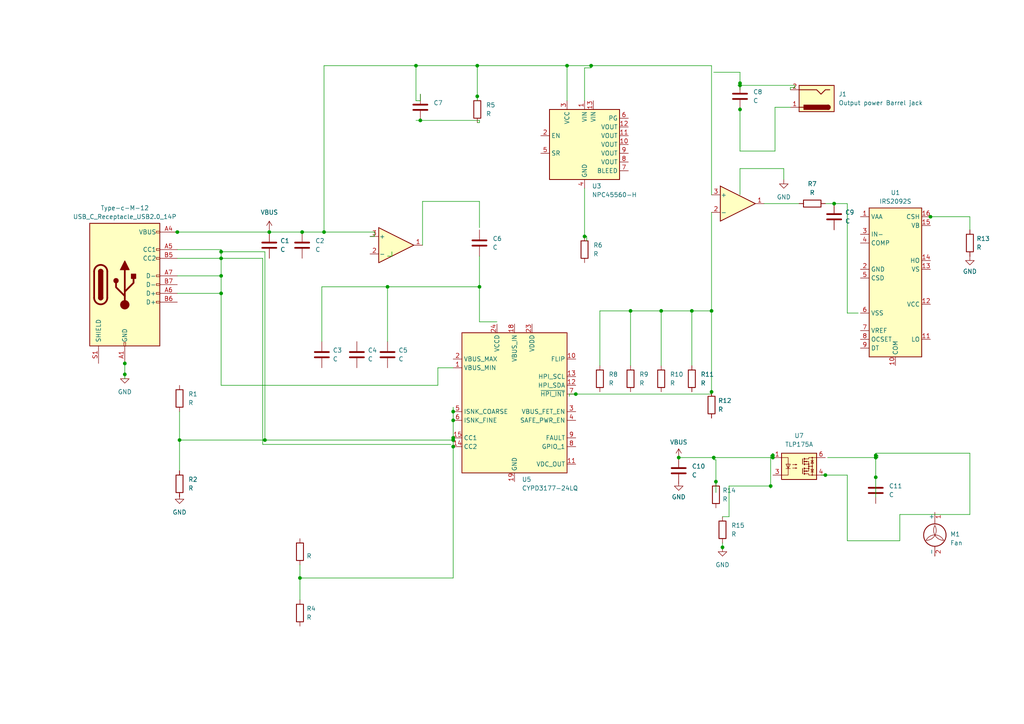
<source format=kicad_sch>
(kicad_sch (version 20250114) (generator "eeschema") (generator_version "9.0")
  (paper "A4")
  (lib_symbols
    (symbol "Amplifier_Audio:IRS2092S"
      (property "Reference" "U" (at 0 26.035 0))
      (property "Value" "IRS2092S" (at 0 24.13 0))
      (symbol "IRS2092S_0_1"
        (rectangle (start -7.62 -20.32) (end 7.62 22.86) (stroke (width 0.254)) (fill (type background)))
      )
      (symbol "IRS2092S_1_1"
        (pin power_in line (at -10.16 20.32 0) (length 2.54) (name "VAA") (number "1"))
        (pin input line (at -10.16 15.24 0) (length 2.54) (name "IN-") (number "3"))
        (pin output line (at -10.16 12.7 0) (length 2.54) (name "COMP") (number "4"))
        (pin power_in line (at -10.16 5.08 0) (length 2.54) (name "GND") (number "2"))
        (pin passive line (at -10.16 2.54 0) (length 2.54) (name "CSD") (number "5"))
        (pin power_in line (at -10.16 -7.62 0) (length 2.54) (name "VSS") (number "6"))
        (pin power_out line (at -10.16 -12.7 0) (length 2.54) (name "VREF") (number "7"))
        (pin passive line (at -10.16 -15.24 0) (length 2.54) (name "OCSET") (number "8"))
        (pin passive line (at -10.16 -17.78 0) (length 2.54) (name "DT") (number "9"))
        (pin power_in line (at 0 -22.86 90) (length 2.54) (name "COM") (number "10"))
        (pin passive line (at 10.16 20.32 180) (length 2.54) (name "CSH") (number "16"))
        (pin power_in line (at 10.16 17.78 180) (length 2.54) (name "VB") (number "15"))
        (pin output line (at 10.16 7.62 180) (length 2.54) (name "HO") (number "14"))
        (pin passive line (at 10.16 5.08 180) (length 2.54) (name "VS") (number "13"))
        (pin power_in line (at 10.16 -5.08 180) (length 2.54) (name "VCC") (number "12"))
        (pin output line (at 10.16 -15.24 180) (length 2.54) (name "LO") (number "11"))
      )
    )
    (symbol "Amplifier_Operational:LM358" (pin_names (offset 0.127))
      (property "Reference" "U" (at 0 5.08 0))
      (property "Value" "LM358" (at 0 -5.08 0))
      (symbol "LM358_1_1"
        (polyline (pts (xy -5.08 5.08) (xy 5.08 0) (xy -5.08 -5.08) (xy -5.08 5.08)) (stroke (width 0.254)) (fill (type background)))
        (pin input line (at -7.62 2.54 0) (length 2.54) (name "+") (number "3"))
        (pin input line (at -7.62 -2.54 0) (length 2.54) (name "-") (number "2"))
        (pin output line (at 7.62 0 180) (length 2.54) (name "~") (number "1"))
      )
      (symbol "LM358_2_1"
        (polyline (pts (xy -5.08 5.08) (xy 5.08 0) (xy -5.08 -5.08) (xy -5.08 5.08)) (stroke (width 0.254)) (fill (type background)))
        (pin input line (at -7.62 2.54 0) (length 2.54) (name "+") (number "5"))
        (pin input line (at -7.62 -2.54 0) (length 2.54) (name "-") (number "6"))
        (pin output line (at 7.62 0 180) (length 2.54) (name "~") (number "7"))
      )
      (symbol "LM358_3_1"
        (pin power_in line (at -2.54 7.62 270) (length 3.81) (name "V+") (number "8"))
        (pin power_in line (at -2.54 -7.62 90) (length 3.81) (name "V-") (number "4"))
      )
    )
    (symbol "Connector:Barrel_Jack" (pin_names (offset 1.016))
      (property "Reference" "J" (at 0 5.334 0))
      (property "Value" "Barrel_Jack" (at 0 -5.08 0))
      (symbol "Barrel_Jack_0_1"
        (rectangle (start -5.08 3.81) (end 5.08 -3.81) (stroke (width 0.254)) (fill (type background)))
        (polyline (pts (xy -3.81 -2.54) (xy -2.54 -2.54) (xy -1.27 -1.27) (xy 0 -2.54) (xy 2.54 -2.54) (xy 5.08 -2.54)) (stroke (width 0.254)))
        (arc (start -3.302 1.905) (mid -3.9343 2.54) (end -3.302 3.175) (stroke (width 0.254)))
        (arc (start -3.302 1.905) (mid -3.9343 2.54) (end -3.302 3.175) (stroke (width 0.254)) (fill (type outline)))
        (rectangle (start 3.683 3.175) (end -3.302 1.905) (stroke (width 0.254)) (fill (type outline)))
        (polyline (pts (xy 5.08 2.54) (xy 3.81 2.54)) (stroke (width 0.254)))
      )
      (symbol "Barrel_Jack_1_1"
        (pin passive line (at 7.62 2.54 180) (length 2.54) (name "~") (number "1"))
        (pin passive line (at 7.62 -2.54 180) (length 2.54) (name "~") (number "2"))
      )
    )
    (symbol "Connector:USB_C_Receptacle_USB2.0_14P" (pin_names (offset 1.016))
      (property "Reference" "J" (at 0 22.225 0))
      (property "Value" "USB_C_Receptacle_USB2.0_14P" (at 0 19.685 0))
      (symbol "USB_C_Receptacle_USB2.0_14P_0_0"
        (rectangle (start -0.254 -17.78) (end 0.254 -16.764))
        (rectangle (start 10.16 15.494) (end 9.144 14.986))
        (rectangle (start 10.16 10.414) (end 9.144 9.906))
        (rectangle (start 10.16 7.874) (end 9.144 7.366))
        (rectangle (start 10.16 2.794) (end 9.144 2.286))
        (rectangle (start 10.16 0.254) (end 9.144 -0.254))
        (rectangle (start 10.16 -2.286) (end 9.144 -2.794))
        (rectangle (start 10.16 -4.826) (end 9.144 -5.334))
      )
      (symbol "USB_C_Receptacle_USB2.0_14P_0_1"
        (rectangle (start -10.16 17.78) (end 10.16 -17.78) (stroke (width 0.254)) (fill (type background)))
        (polyline (pts (xy -8.89 -3.81) (xy -8.89 3.81)) (stroke (width 0.508)))
        (rectangle (start -7.62 -3.81) (end -6.35 3.81) (stroke (width 0.254)) (fill (type outline)))
        (arc (start -7.62 3.81) (mid -6.985 4.4423) (end -6.35 3.81) (stroke (width 0.254)))
        (arc (start -7.62 3.81) (mid -6.985 4.4423) (end -6.35 3.81) (stroke (width 0.254)) (fill (type outline)))
        (arc (start -8.89 3.81) (mid -6.985 5.7067) (end -5.08 3.81) (stroke (width 0.508)))
        (arc (start -5.08 -3.81) (mid -6.985 -5.7067) (end -8.89 -3.81) (stroke (width 0.508)))
        (arc (start -6.35 -3.81) (mid -6.985 -4.4423) (end -7.62 -3.81) (stroke (width 0.254)))
        (arc (start -6.35 -3.81) (mid -6.985 -4.4423) (end -7.62 -3.81) (stroke (width 0.254)) (fill (type outline)))
        (polyline (pts (xy -5.08 3.81) (xy -5.08 -3.81)) (stroke (width 0.508)))
        (circle (center -2.54 1.143) (radius 0.635) (stroke (width 0.254)) (fill (type outline)))
        (polyline (pts (xy -1.27 4.318) (xy 0 6.858) (xy 1.27 4.318) (xy -1.27 4.318)) (stroke (width 0.254)) (fill (type outline)))
        (polyline (pts (xy 0 -2.032) (xy 2.54 0.508) (xy 2.54 1.778)) (stroke (width 0.508)))
        (polyline (pts (xy 0 -3.302) (xy -2.54 -0.762) (xy -2.54 0.508)) (stroke (width 0.508)))
        (polyline (pts (xy 0 -5.842) (xy 0 4.318)) (stroke (width 0.508)))
        (circle (center 0 -5.842) (radius 1.27) (fill (type outline)))
        (rectangle (start 1.905 1.778) (end 3.175 3.048) (stroke (width 0.254)) (fill (type outline)))
      )
      (symbol "USB_C_Receptacle_USB2.0_14P_1_1"
        (pin passive line (at -7.62 -22.86 90) (length 5.08) (name "SHIELD") (number "S1"))
        (pin passive line (at 0 -22.86 90) (length 5.08) (name "GND") (number "A1"))
        (pin passive line (at 0 -22.86 90) (length 5.08) (hide yes) (name "GND") (number "A12"))
        (pin passive line (at 0 -22.86 90) (length 5.08) (hide yes) (name "GND") (number "B1"))
        (pin passive line (at 0 -22.86 90) (length 5.08) (hide yes) (name "GND") (number "B12"))
        (pin passive line (at 15.24 15.24 180) (length 5.08) (name "VBUS") (number "A4"))
        (pin passive line (at 15.24 15.24 180) (length 5.08) (hide yes) (name "VBUS") (number "A9"))
        (pin passive line (at 15.24 15.24 180) (length 5.08) (hide yes) (name "VBUS") (number "B4"))
        (pin passive line (at 15.24 15.24 180) (length 5.08) (hide yes) (name "VBUS") (number "B9"))
        (pin bidirectional line (at 15.24 10.16 180) (length 5.08) (name "CC1") (number "A5"))
        (pin bidirectional line (at 15.24 7.62 180) (length 5.08) (name "CC2") (number "B5"))
        (pin bidirectional line (at 15.24 2.54 180) (length 5.08) (name "D-") (number "A7"))
        (pin bidirectional line (at 15.24 0 180) (length 5.08) (name "D-") (number "B7"))
        (pin bidirectional line (at 15.24 -2.54 180) (length 5.08) (name "D+") (number "A6"))
        (pin bidirectional line (at 15.24 -5.08 180) (length 5.08) (name "D+") (number "B6"))
      )
    )
    (symbol "Device:C" (pin_numbers (hide yes)) (pin_names (offset 0.254))
      (property "Reference" "C" (at 0.635 2.54 0))
      (property "Value" "C" (at 0.635 -2.54 0))
      (symbol "C_0_1"
        (polyline (pts (xy -2.032 0.762) (xy 2.032 0.762)) (stroke (width 0.508)))
        (polyline (pts (xy -2.032 -0.762) (xy 2.032 -0.762)) (stroke (width 0.508)))
      )
      (symbol "C_1_1"
        (pin passive line (at 0 3.81 270) (length 2.794) (name "~") (number "1"))
        (pin passive line (at 0 -3.81 90) (length 2.794) (name "~") (number "2"))
      )
    )
    (symbol "Device:R" (pin_numbers (hide yes)) (pin_names (offset 0))
      (property "Reference" "R" (at 2.032 0 90))
      (property "Value" "R" (at 0 0 90))
      (symbol "R_0_1"
        (rectangle (start -1.016 -2.54) (end 1.016 2.54) (stroke (width 0.254)))
      )
      (symbol "R_1_1"
        (pin passive line (at 0 3.81 270) (length 1.27) (name "~") (number "1"))
        (pin passive line (at 0 -3.81 90) (length 1.27) (name "~") (number "2"))
      )
    )
    (symbol "Interface_USB:CYPD3177-24LQ"
      (property "Reference" "U" (at -13.97 21.59 0))
      (property "Value" "CYPD3177-24LQ" (at 10.16 -21.59 0))
      (symbol "CYPD3177-24LQ_0_1"
        (rectangle (start -15.24 20.32) (end 15.24 -20.32) (stroke (width 0.254)) (fill (type background)))
      )
      (symbol "CYPD3177-24LQ_1_1"
        (pin input line (at -17.78 12.7 0) (length 2.54) (name "VBUS_MAX") (number "2"))
        (pin input line (at -17.78 10.16 0) (length 2.54) (name "VBUS_MIN") (number "1"))
        (pin input line (at -17.78 -2.54 0) (length 2.54) (name "ISNK_COARSE") (number "5"))
        (pin input line (at -17.78 -5.08 0) (length 2.54) (name "ISNK_FINE") (number "6"))
        (pin bidirectional line (at -17.78 -10.16 0) (length 2.54) (name "CC1") (number "15"))
        (pin bidirectional line (at -17.78 -12.7 0) (length 2.54) (name "CC2") (number "14"))
        (pin no_connect line (at -15.24 5.08 0) (length 2.54) (hide yes) (name "NC") (number "17"))
        (pin no_connect line (at -15.24 2.54 0) (length 2.54) (hide yes) (name "NC") (number "16"))
        (pin power_out line (at -5.08 22.86 270) (length 2.54) (name "VCCD") (number "24"))
        (pin power_in line (at 0 22.86 270) (length 2.54) (name "VBUS_IN") (number "18"))
        (pin power_in line (at 0 -22.86 90) (length 2.54) (name "GND") (number "19"))
        (pin passive line (at 0 -22.86 90) (length 2.54) (hide yes) (name "GND") (number "22"))
        (pin passive line (at 0 -22.86 90) (length 2.54) (hide yes) (name "GND") (number "25"))
        (pin power_out line (at 5.08 22.86 270) (length 2.54) (name "VDDD") (number "23"))
        (pin no_connect line (at 15.24 17.78 180) (length 2.54) (hide yes) (name "NC") (number "20"))
        (pin no_connect line (at 15.24 15.24 180) (length 2.54) (hide yes) (name "NC") (number "21"))
        (pin output line (at 17.78 12.7 180) (length 2.54) (name "FLIP") (number "10"))
        (pin bidirectional line (at 17.78 7.62 180) (length 2.54) (name "HPI_SCL") (number "13"))
        (pin bidirectional line (at 17.78 5.08 180) (length 2.54) (name "HPI_SDA") (number "12"))
        (pin input line (at 17.78 2.54 180) (length 2.54) (name "~{HPI_INT}") (number "7"))
        (pin output line (at 17.78 -2.54 180) (length 2.54) (name "VBUS_FET_EN") (number "3"))
        (pin output line (at 17.78 -5.08 180) (length 2.54) (name "SAFE_PWR_EN") (number "4"))
        (pin output line (at 17.78 -10.16 180) (length 2.54) (name "FAULT") (number "9"))
        (pin bidirectional line (at 17.78 -12.7 180) (length 2.54) (name "GPIO_1") (number "8"))
        (pin output line (at 17.78 -17.78 180) (length 2.54) (name "VDC_OUT") (number "11"))
      )
    )
    (symbol "Motor:Fan" (pin_names (offset 0))
      (property "Reference" "M" (at 2.54 5.08 0))
      (property "Value" "Fan" (at 2.54 -2.54 0))
      (symbol "Fan_0_1"
        (arc (start 0 3.81) (mid -0.0015 0.9048) (end -2.54 -0.508))
        (polyline (pts (xy 0 4.572) (xy 0 5.08)))
        (polyline (pts (xy 0 4.2672) (xy 0 4.6228)))
        (circle (center 0 1.016) (radius 3.2512) (stroke (width 0.254)))
        (arc (start -2.54 -0.508) (mid 0 1.0618) (end 2.54 -0.508))
        (polyline (pts (xy 0 -2.2352) (xy 0 -2.6416)))
        (polyline (pts (xy 0 -5.08) (xy 0 -4.572)))
        (arc (start 2.54 -0.508) (mid 0.047 0.9315) (end 0 3.81))
      )
      (symbol "Fan_1_1"
        (pin passive line (at 0 7.62 270) (length 2.54) (name "+") (number "1"))
        (pin passive line (at 0 -5.08 90) (length 2.54) (name "-") (number "2"))
      )
    )
    (symbol "Power_Management:NPC45560-H"
      (property "Reference" "U" (at 8.89 11.43 0))
      (property "Value" "NPC45560-H" (at 13.97 -11.43 0))
      (symbol "NPC45560-H_0_1"
        (rectangle (start -10.16 10.16) (end 10.16 -10.16) (stroke (width 0.254)) (fill (type background)))
      )
      (symbol "NPC45560-H_1_1"
        (pin input line (at -12.7 2.54 0) (length 2.54) (name "EN") (number "2"))
        (pin input line (at -12.7 -2.54 0) (length 2.54) (name "SR") (number "5"))
        (pin power_in line (at -5.08 12.7 270) (length 2.54) (name "VCC") (number "3"))
        (pin power_in line (at 0 12.7 270) (length 2.54) (name "VIN") (number "1"))
        (pin power_in line (at 0 -12.7 90) (length 2.54) (name "GND") (number "4"))
        (pin power_in line (at 2.54 12.7 270) (length 2.54) (name "VIN") (number "13"))
        (pin open_collector line (at 12.7 7.62 180) (length 2.54) (name "PG") (number "6"))
        (pin power_out line (at 12.7 5.08 180) (length 2.54) (name "VOUT") (number "12"))
        (pin passive line (at 12.7 2.54 180) (length 2.54) (name "VOUT") (number "11"))
        (pin passive line (at 12.7 0 180) (length 2.54) (name "VOUT") (number "10"))
        (pin passive line (at 12.7 -2.54 180) (length 2.54) (name "VOUT") (number "9"))
        (pin passive line (at 12.7 -5.08 180) (length 2.54) (name "VOUT") (number "8"))
        (pin input line (at 12.7 -7.62 180) (length 2.54) (name "BLEED") (number "7"))
      )
    )
    (symbol "Relay_SolidState:TLP175A"
      (property "Reference" "U" (at -5.08 4.953 0))
      (property "Value" "TLP175A" (at -5.08 -5.08 0))
      (symbol "TLP175A_0_1"
        (rectangle (start -5.08 3.81) (end 5.08 -3.81) (stroke (width 0.254)) (fill (type background)))
        (polyline (pts (xy -5.08 2.54) (xy -3.175 2.54) (xy -3.175 -2.54) (xy -5.08 -2.54)))
        (polyline (pts (xy -3.81 -0.635) (xy -2.54 -0.635)))
        (polyline (pts (xy -3.175 -0.635) (xy -3.81 0.635) (xy -2.54 0.635) (xy -3.175 -0.635)))
        (polyline (pts (xy -1.905 0.508) (xy -0.635 0.508) (xy -1.016 0.381) (xy -1.016 0.635) (xy -0.635 0.508)))
        (polyline (pts (xy -1.905 -0.508) (xy -0.635 -0.508) (xy -1.016 -0.635) (xy -1.016 -0.381) (xy -0.635 -0.508)))
        (polyline (pts (xy 1.016 2.159) (xy 1.016 0.635)) (stroke (width 0.2032)))
        (polyline (pts (xy 1.016 -0.635) (xy 1.016 -2.159)) (stroke (width 0.2032)))
        (polyline (pts (xy 1.524 2.286) (xy 1.524 2.032) (xy 1.524 2.032)) (stroke (width 0.3556)))
        (polyline (pts (xy 1.524 1.524) (xy 1.524 1.27) (xy 1.524 1.27)) (stroke (width 0.3556)))
        (polyline (pts (xy 1.524 0.762) (xy 1.524 0.508) (xy 1.524 0.508)) (stroke (width 0.3556)))
        (polyline (pts (xy 1.524 -0.508) (xy 1.524 -0.762)) (stroke (width 0.3556)))
        (polyline (pts (xy 1.524 -1.27) (xy 1.524 -1.524) (xy 1.524 -1.524)) (stroke (width 0.3556)))
        (polyline (pts (xy 1.524 -2.032) (xy 1.524 -2.286) (xy 1.524 -2.286)) (stroke (width 0.3556)))
        (polyline (pts (xy 1.651 2.159) (xy 2.794 2.159) (xy 2.794 2.54) (xy 5.08 2.54)))
        (polyline (pts (xy 1.651 1.397) (xy 2.794 1.397) (xy 2.794 0.635)))
        (polyline (pts (xy 1.651 -0.635) (xy 2.794 -0.635) (xy 2.794 0.635) (xy 1.651 0.635)))
        (polyline (pts (xy 1.651 -1.397) (xy 2.794 -1.397) (xy 2.794 -0.635)))
        (polyline (pts (xy 1.651 -2.159) (xy 2.794 -2.159) (xy 2.794 -2.54) (xy 5.08 -2.54)))
        (polyline (pts (xy 1.778 1.397) (xy 2.286 1.524) (xy 2.286 1.27) (xy 1.778 1.397)))
        (polyline (pts (xy 1.778 -1.397) (xy 2.286 -1.27) (xy 2.286 -1.524) (xy 1.778 -1.397)))
        (circle (center 2.794 0.635) (radius 0.127))
        (polyline (pts (xy 2.794 0) (xy 3.81 0)))
        (circle (center 2.794 0) (radius 0.127))
        (circle (center 2.794 -0.635) (radius 0.127))
        (polyline (pts (xy 3.429 1.651) (xy 4.191 1.651)))
        (polyline (pts (xy 3.429 -1.651) (xy 4.191 -1.651)))
        (circle (center 3.81 2.54) (radius 0.127))
        (polyline (pts (xy 3.81 1.651) (xy 3.429 0.889) (xy 4.191 0.889) (xy 3.81 1.651)))
        (circle (center 3.81 0) (radius 0.127))
        (polyline (pts (xy 3.81 -1.651) (xy 3.429 -0.889) (xy 4.191 -0.889) (xy 3.81 -1.651)))
        (polyline (pts (xy 3.81 -2.54) (xy 3.81 2.54)))
        (circle (center 3.81 -2.54) (radius 0.127))
      )
      (symbol "TLP175A_1_1"
        (pin passive line (at -7.62 2.54 0) (length 2.54) (name "~") (number "1"))
        (pin passive line (at -7.62 -2.54 0) (length 2.54) (name "~") (number "3"))
        (pin passive line (at 7.62 2.54 180) (length 2.54) (name "~") (number "6"))
        (pin passive line (at 7.62 -2.54 180) (length 2.54) (name "~") (number "4"))
      )
    )
    (symbol "power:GND" (power) (pin_numbers (hide yes)) (pin_names (offset 0) (hide yes))
      (property "Value" "GND" (at 0 -3.81 0))
      (symbol "GND_0_1"
        (polyline (pts (xy 0 0) (xy 0 -1.27) (xy 1.27 -1.27) (xy 0 -2.54) (xy -1.27 -1.27) (xy 0 -1.27)))
      )
      (symbol "GND_1_1"
        (pin power_in line (at 0 0 270) (length 0) (name "~") (number "1"))
      )
    )
    (symbol "power:VBUS" (power) (pin_numbers (hide yes)) (pin_names (offset 0) (hide yes))
      (property "Value" "VBUS" (at 0 3.556 0))
      (symbol "VBUS_0_1"
        (polyline (pts (xy -0.762 1.27) (xy 0 2.54)))
        (polyline (pts (xy 0 2.54) (xy 0.762 1.27)))
        (polyline (pts (xy 0 0) (xy 0 2.54)))
      )
      (symbol "VBUS_1_1"
        (pin power_in line (at 0 0 90) (length 0) (name "~") (number "1"))
      )
    )
  )
  (junction (at 206.375 90.17))
  (junction (at 224.155 132.08))
  (junction (at 138.43 19.05))
  (junction (at 223.52 140.97))
  (junction (at 131.445 121.92))
  (junction (at 214.63 24.13))
  (junction (at 169.545 68.58))
  (junction (at 206.375 113.665))
  (junction (at 139.065 83.185))
  (junction (at 51.435 67.31))
  (junction (at 120.65 19.05))
  (junction (at 138.43 27.94))
  (junction (at 64.135 73.025))
  (junction (at 191.77 90.17))
  (junction (at 239.395 137.795))
  (junction (at 131.445 129.54))
  (junction (at 64.135 80.01))
  (junction (at 214.63 31.75))
  (junction (at 171.45 19.05))
  (junction (at 200.66 90.17))
  (junction (at 93.98 67.31))
  (junction (at 196.85 132.715))
  (junction (at 224.155 132.715))
  (junction (at 121.92 34.925))
  (junction (at 86.995 167.64))
  (junction (at 167.005 114.3))
  (junction (at 209.55 158.75))
  (junction (at 254 132.715))
  (junction (at 112.395 83.185))
  (junction (at 207.01 132.715))
  (junction (at 78.105 67.31))
  (junction (at 164.465 19.05))
  (junction (at 269.875 62.865))
  (junction (at 131.445 119.38))
  (junction (at 87.63 67.31))
  (junction (at 131.445 127.635))
  (junction (at 36.195 105.41))
  (junction (at 182.88 90.17))
  (junction (at 76.835 127.635))
  (junction (at 64.135 85.09))
  (junction (at 214.63 24.765))
  (junction (at 131.445 127))
  (junction (at 254 138.43))
  (junction (at 64.135 74.93))
  (junction (at 36.195 108.585))
  (junction (at 254 132.08))
  (junction (at 207.645 139.7))
  (junction (at 241.935 59.055))
  (junction (at 52.07 127.635))
  (wire (pts (xy 108.585 68.58) (xy 107.315 68.58)))
  (wire (pts (xy 196.85 132.715) (xy 207.01 132.715)))
  (wire (pts (xy 170.18 69.85) (xy 170.18 68.58)))
  (wire (pts (xy 223.52 140.97) (xy 211.455 140.97)))
  (wire (pts (xy 120.65 19.05) (xy 138.43 19.05)))
  (wire (pts (xy 238.125 137.795) (xy 239.395 137.795)))
  (wire (pts (xy 224.79 31.115) (xy 224.79 43.815)))
  (wire (pts (xy 281.305 149.225) (xy 281.305 131.445)))
  (wire (pts (xy 254 131.445) (xy 254 132.08)))
  (wire (pts (xy 52.07 127.635) (xy 52.07 136.525)))
  (wire (pts (xy 206.375 61.595) (xy 206.375 90.17)))
  (wire (pts (xy 122.555 71.12) (xy 122.555 58.42)))
  (wire (pts (xy 239.395 137.795) (xy 245.745 137.795)))
  (wire (pts (xy 191.77 90.17) (xy 200.66 90.17)))
  (wire (pts (xy 230.505 24.765) (xy 230.505 25.4)))
  (wire (pts (xy 173.99 90.17) (xy 182.88 90.17)))
  (wire (pts (xy 51.435 80.01) (xy 64.135 80.01)))
  (wire (pts (xy 120.65 29.21) (xy 121.92 29.21)))
  (wire (pts (xy 214.63 20.955) (xy 214.63 24.13)))
  (wire (pts (xy 120.65 19.05) (xy 120.65 29.21)))
  (wire (pts (xy 131.445 127) (xy 131.445 127.635)))
  (wire (pts (xy 281.305 131.445) (xy 254 131.445)))
  (wire (pts (xy 108.585 67.31) (xy 108.585 68.58)))
  (wire (pts (xy 169.545 68.58) (xy 169.545 54.61)))
  (wire (pts (xy 171.45 19.685) (xy 169.545 19.685)))
  (wire (pts (xy 214.63 24.13) (xy 214.63 24.765)))
  (wire (pts (xy 86.995 167.64) (xy 131.445 167.64)))
  (wire (pts (xy 281.305 62.865) (xy 269.875 62.865)))
  (wire (pts (xy 86.995 167.64) (xy 86.995 163.83)))
  (wire (pts (xy 240.03 132.715) (xy 254 132.715)))
  (wire (pts (xy 182.88 106.045) (xy 182.88 90.17)))
  (wire (pts (xy 214.63 24.765) (xy 214.63 26.035)))
  (wire (pts (xy 223.52 132.08) (xy 224.155 132.08)))
  (wire (pts (xy 76.835 127.635) (xy 76.835 73.025)))
  (wire (pts (xy 214.63 43.815) (xy 224.79 43.815)))
  (wire (pts (xy 170.18 68.58) (xy 169.545 68.58)))
  (wire (pts (xy 36.195 104.775) (xy 36.195 105.41)))
  (wire (pts (xy 254.635 132.715) (xy 254.635 132.08)))
  (wire (pts (xy 211.455 149.86) (xy 209.55 149.86)))
  (wire (pts (xy 224.155 131.445) (xy 224.155 132.08)))
  (wire (pts (xy 173.99 106.045) (xy 173.99 90.17)))
  (wire (pts (xy 127 111.76) (xy 127 106.68)))
  (wire (pts (xy 230.505 25.4) (xy 229.235 25.4)))
  (wire (pts (xy 139.065 93.345) (xy 144.145 93.345)))
  (wire (pts (xy 86.995 173.99) (xy 86.995 167.64)))
  (wire (pts (xy 227.33 48.895) (xy 227.33 52.07)))
  (wire (pts (xy 191.77 106.045) (xy 191.77 90.17)))
  (wire (pts (xy 121.92 29.21) (xy 121.92 27.305)))
  (wire (pts (xy 131.445 119.38) (xy 131.445 121.92)))
  (wire (pts (xy 165.1 114.3) (xy 165.1 114.935)))
  (wire (pts (xy 260.985 156.845) (xy 260.985 149.225)))
  (wire (pts (xy 209.55 157.48) (xy 209.55 158.75)))
  (wire (pts (xy 113.665 74.295) (xy 112.395 74.295)))
  (wire (pts (xy 64.135 85.09) (xy 64.135 111.76)))
  (wire (pts (xy 51.435 67.31) (xy 78.105 67.31)))
  (wire (pts (xy 206.375 19.05) (xy 206.375 56.515)))
  (wire (pts (xy 131.445 121.92) (xy 131.445 127)))
  (wire (pts (xy 127 106.68) (xy 131.445 106.68)))
  (wire (pts (xy 113.665 73.025) (xy 113.665 74.295)))
  (wire (pts (xy 76.835 127.635) (xy 131.445 127.635)))
  (wire (pts (xy 214.63 31.75) (xy 214.63 43.815)))
  (wire (pts (xy 36.195 105.41) (xy 36.195 108.585)))
  (wire (pts (xy 131.445 129.54) (xy 131.445 167.64)))
  (wire (pts (xy 245.745 156.845) (xy 260.985 156.845)))
  (wire (pts (xy 93.98 19.05) (xy 120.65 19.05)))
  (wire (pts (xy 269.875 62.865) (xy 269.24 62.865)))
  (wire (pts (xy 229.235 25.4) (xy 229.235 26.035)))
  (wire (pts (xy 171.45 19.05) (xy 206.375 19.05)))
  (wire (pts (xy 223.52 141.605) (xy 223.52 140.97)))
  (wire (pts (xy 64.135 73.025) (xy 76.835 73.025)))
  (wire (pts (xy 167.005 114.3) (xy 165.1 114.3)))
  (wire (pts (xy 121.92 34.925) (xy 139.065 34.925)))
  (wire (pts (xy 139.065 83.185) (xy 139.065 93.345)))
  (wire (pts (xy 120.65 34.925) (xy 121.92 34.925)))
  (wire (pts (xy 207.01 133.35) (xy 207.01 132.715)))
  (wire (pts (xy 213.995 24.765) (xy 214.63 24.765)))
  (wire (pts (xy 51.435 74.93) (xy 64.135 74.93)))
  (wire (pts (xy 139.065 34.925) (xy 139.065 35.56)))
  (wire (pts (xy 139.065 74.295) (xy 139.065 83.185)))
  (wire (pts (xy 76.2 128.905) (xy 76.2 74.93)))
  (wire (pts (xy 260.985 149.225) (xy 281.305 149.225)))
  (wire (pts (xy 239.395 59.055) (xy 241.935 59.055)))
  (wire (pts (xy 130.81 128.905) (xy 76.2 128.905)))
  (wire (pts (xy 131.445 127.635) (xy 131.445 129.54)))
  (wire (pts (xy 211.455 140.97) (xy 211.455 149.86)))
  (wire (pts (xy 245.745 137.795) (xy 245.745 156.845)))
  (wire (pts (xy 254 132.715) (xy 254 138.43)))
  (wire (pts (xy 52.07 127.635) (xy 76.835 127.635)))
  (wire (pts (xy 281.305 66.675) (xy 281.305 62.865)))
  (wire (pts (xy 254 138.43) (xy 254 144.145)))
  (wire (pts (xy 182.88 90.17) (xy 191.77 90.17)))
  (wire (pts (xy 139.065 58.42) (xy 139.065 66.04)))
  (wire (pts (xy 36.195 108.585) (xy 36.195 109.855)))
  (wire (pts (xy 139.065 35.56) (xy 138.43 35.56)))
  (wire (pts (xy 214.63 48.895) (xy 227.33 48.895)))
  (wire (pts (xy 207.01 132.715) (xy 224.155 132.715)))
  (wire (pts (xy 207.645 133.35) (xy 207.645 139.7)))
  (wire (pts (xy 138.43 19.05) (xy 164.465 19.05)))
  (wire (pts (xy 112.395 83.185) (xy 139.065 83.185)))
  (wire (pts (xy 112.395 83.185) (xy 112.395 99.06)))
  (wire (pts (xy 138.43 27.94) (xy 138.43 29.21)))
  (wire (pts (xy 138.43 19.05) (xy 138.43 27.94)))
  (wire (pts (xy 50.8 67.31) (xy 51.435 67.31)))
  (wire (pts (xy 229.235 31.115) (xy 224.79 31.115)))
  (wire (pts (xy 241.935 59.055) (xy 245.745 59.055)))
  (wire (pts (xy 64.135 74.93) (xy 64.135 80.01)))
  (wire (pts (xy 221.615 59.055) (xy 231.775 59.055)))
  (wire (pts (xy 206.375 90.17) (xy 206.375 113.665)))
  (wire (pts (xy 93.345 83.185) (xy 112.395 83.185)))
  (wire (pts (xy 214.63 31.115) (xy 214.63 31.75)))
  (wire (pts (xy 209.55 158.75) (xy 209.55 159.385)))
  (wire (pts (xy 122.555 58.42) (xy 139.065 58.42)))
  (wire (pts (xy 200.66 106.045) (xy 200.66 90.17)))
  (wire (pts (xy 64.135 111.76) (xy 127 111.76)))
  (wire (pts (xy 206.375 113.665) (xy 206.375 114.3)))
  (wire (pts (xy 206.375 114.3) (xy 167.005 114.3)))
  (wire (pts (xy 93.345 83.185) (xy 93.345 99.06)))
  (wire (pts (xy 93.98 67.31) (xy 108.585 67.31)))
  (wire (pts (xy 64.135 73.025) (xy 64.135 74.93)))
  (wire (pts (xy 51.435 72.39) (xy 64.135 72.39)))
  (wire (pts (xy 164.465 19.05) (xy 164.465 29.21)))
  (wire (pts (xy 64.135 72.39) (xy 64.135 73.025)))
  (wire (pts (xy 93.98 67.31) (xy 93.98 19.05)))
  (wire (pts (xy 169.545 19.685) (xy 169.545 29.21)))
  (wire (pts (xy 245.745 90.805) (xy 248.92 90.805)))
  (wire (pts (xy 214.63 24.765) (xy 230.505 24.765)))
  (wire (pts (xy 171.45 19.685) (xy 171.45 19.05)))
  (wire (pts (xy 64.135 80.01) (xy 64.135 85.09)))
  (wire (pts (xy 87.63 67.31) (xy 93.98 67.31)))
  (wire (pts (xy 254.635 132.715) (xy 254 132.715)))
  (wire (pts (xy 76.2 74.93) (xy 64.135 74.93)))
  (wire (pts (xy 207.645 133.35) (xy 207.01 133.35)))
  (wire (pts (xy 51.435 85.09) (xy 64.135 85.09)))
  (wire (pts (xy 207.645 139.7) (xy 207.645 142.875)))
  (wire (pts (xy 245.745 59.055) (xy 245.745 90.805)))
  (wire (pts (xy 214.63 56.515) (xy 214.63 48.895)))
  (wire (pts (xy 254 132.08) (xy 254.635 132.08)))
  (wire (pts (xy 207.01 20.955) (xy 214.63 20.955)))
  (wire (pts (xy 52.07 119.38) (xy 52.07 127.635)))
  (wire (pts (xy 254 132.08) (xy 254 132.715)))
  (wire (pts (xy 224.155 132.08) (xy 224.155 132.715)))
  (wire (pts (xy 78.105 67.31) (xy 87.63 67.31)))
  (wire (pts (xy 223.52 140.97) (xy 223.52 132.08)))
  (wire (pts (xy 200.66 90.17) (xy 206.375 90.17)))
  (wire (pts (xy 164.465 19.05) (xy 171.45 19.05)))
  (wire (pts (xy 131.445 118.11) (xy 131.445 119.38)))
  (symbol (lib_id "Motor:Fan") (at 271.145 156.21 0) (unit 1)
    (property "Reference" "M1" (at 275.59 154.9399 0) (effects (justify left)))
    (property "Value" "Fan" (at 275.59 157.4799 0) (effects (justify left)))
    (property "Description" "Fan" (effects (hide yes)))
  )
  (symbol (lib_id "Device:C") (at 241.935 62.865 0) (unit 1)
    (property "Reference" "C9" (at 245.11 61.5949 0) (effects (justify left)))
    (property "Value" "C" (at 245.11 64.1349 0) (effects (justify left)))
    (property "Description" "Unpolarized capacitor" (effects (hide yes)))
  )
  (symbol (lib_id "Device:R") (at 191.77 109.855 0) (unit 1)
    (property "Reference" "R10" (at 194.31 108.5849 0) (effects (justify left)))
    (property "Value" "R" (at 194.31 111.1249 0) (effects (justify left)))
    (property "Description" "Resistor" (effects (hide yes)))
  )
  (symbol (lib_id "Device:R") (at 52.07 115.57 0) (unit 1)
    (property "Reference" "R1" (at 54.61 114.2999 0) (effects (justify left)))
    (property "Value" "R" (at 54.61 116.8399 0) (effects (justify left)))
    (property "Description" "Resistor" (effects (hide yes)))
  )
  (symbol (lib_id "Amplifier_Operational:LM358") (at 213.995 59.055 0) (unit 1)
    (property "Reference" "U4" (effects (hide yes)))
    (property "Value" "LM358" (effects (hide yes)))
    (property "Datasheet" "http://www.ti.com/lit/ds/symlink/lm2904-n.pdf" (effects (hide yes)))
    (property "Description" "Low-Power, Dual Operational Amplifiers, DIP-8/SOIC-8/TO-99-8" (effects (hide yes)))
  )
  (symbol (lib_id "power:GND") (at 281.305 74.295 0) (unit 1)
    (property "Reference" "#PWR05" (effects (hide yes)))
    (property "Value" "GND" (at 281.305 78.74 0))
    (property "Description" "Power symbol creates a global label with name \"GND\" , ground" (effects (hide yes)))
  )
  (symbol (lib_id "power:GND") (at 196.85 139.7 0) (unit 1)
    (property "Reference" "#PWR07" (effects (hide yes)))
    (property "Value" "GND" (at 196.85 144.145 0))
    (property "Description" "Power symbol creates a global label with name \"GND\" , ground" (effects (hide yes)))
  )
  (symbol (lib_id "power:VBUS") (at 196.85 132.715 0) (unit 1)
    (property "Reference" "#PWR06" (effects (hide yes)))
    (property "Value" "VBUS" (at 196.85 128.27 0))
    (property "Description" "Power symbol creates a global label with name \"VBUS\"" (effects (hide yes)))
  )
  (symbol (lib_id "power:GND") (at 52.07 143.51 0) (unit 1)
    (property "Reference" "#PWR01" (effects (hide yes)))
    (property "Value" "GND" (at 52.07 148.59 0))
    (property "Description" "Power symbol creates a global label with name \"GND\" , ground" (effects (hide yes)))
  )
  (symbol (lib_id "Device:C") (at 93.345 102.87 0) (unit 1)
    (property "Reference" "C3" (at 96.52 101.5999 0) (effects (justify left)))
    (property "Value" "C" (at 96.52 104.1399 0) (effects (justify left)))
    (property "Description" "Unpolarized capacitor" (effects (hide yes)))
  )
  (symbol (lib_id "Device:C") (at 214.63 27.94 0) (unit 1)
    (property "Reference" "C8" (at 218.44 26.6699 0) (effects (justify left)))
    (property "Value" "C" (at 218.44 29.2099 0) (effects (justify left)))
    (property "Description" "Unpolarized capacitor" (effects (hide yes)))
  )
  (symbol (lib_id "power:GND") (at 36.195 108.585 0) (unit 1)
    (property "Reference" "#PWR04" (effects (hide yes)))
    (property "Value" "GND" (at 36.195 113.665 0))
    (property "Description" "Power symbol creates a global label with name \"GND\" , ground" (effects (hide yes)))
  )
  (symbol (lib_id "Device:R") (at 200.66 109.855 0) (unit 1)
    (property "Reference" "R11" (at 203.2 108.5849 0) (effects (justify left)))
    (property "Value" "R" (at 203.2 111.1249 0) (effects (justify left)))
    (property "Description" "Resistor" (effects (hide yes)))
  )
  (symbol (lib_id "power:VBUS") (at 78.105 66.675 0) (unit 1)
    (property "Reference" "#PWR03" (effects (hide yes)))
    (property "Value" "VBUS" (at 78.105 61.595 0))
    (property "Description" "Power symbol creates a global label with name \"VBUS\"" (effects (hide yes)))
  )
  (symbol (lib_id "Device:C") (at 139.065 70.485 0) (unit 1)
    (property "Reference" "C6" (at 142.875 69.2149 0) (effects (justify left)))
    (property "Value" "C" (at 142.875 71.7549 0) (effects (justify left)))
    (property "Description" "Unpolarized capacitor" (effects (hide yes)))
  )
  (symbol (lib_id "Device:C") (at 196.85 136.525 0) (unit 1)
    (property "Reference" "C10" (at 200.66 135.2549 0) (effects (justify left)))
    (property "Value" "C" (at 200.66 137.7949 0) (effects (justify left)))
    (property "Description" "Unpolarized capacitor" (effects (hide yes)))
  )
  (symbol (lib_id "Device:R") (at 281.305 70.485 0) (unit 1)
    (property "Reference" "R13" (at 283.21 69.2149 0) (effects (justify left)))
    (property "Value" "R" (at 283.21 71.7549 0) (effects (justify left)))
    (property "Description" "Resistor" (effects (hide yes)))
  )
  (symbol (lib_id "Device:R") (at 138.43 31.75 0) (unit 1)
    (property "Reference" "R5" (at 140.97 30.4799 0) (effects (justify left)))
    (property "Value" "R" (at 140.97 33.0199 0) (effects (justify left)))
    (property "Description" "Resistor" (effects (hide yes)))
  )
  (symbol (lib_id "Device:R") (at 206.375 117.475 0) (unit 1)
    (property "Reference" "R12" (at 208.28 116.2049 0) (effects (justify left)))
    (property "Value" "R" (at 208.28 118.7449 0) (effects (justify left)))
    (property "Description" "Resistor" (effects (hide yes)))
  )
  (symbol (lib_id "Device:R") (at 86.995 177.8 0) (unit 1)
    (property "Reference" "R4" (at 88.9 176.5299 0) (effects (justify left)))
    (property "Value" "R" (at 88.9 179.0699 0) (effects (justify left)))
    (property "Description" "Resistor" (effects (hide yes)))
  )
  (symbol (lib_id "power:GND") (at 209.55 158.75 0) (unit 1)
    (property "Reference" "#PWR08" (effects (hide yes)))
    (property "Value" "GND" (at 209.55 163.83 0))
    (property "Description" "Power symbol creates a global label with name \"GND\" , ground" (effects (hide yes)))
  )
  (symbol (lib_id "Interface_USB:CYPD3177-24LQ") (at 149.225 116.84 0) (unit 1)
    (property "Reference" "U5" (at 151.3683 139.065 0) (effects (justify left)))
    (property "Value" "CYPD3177-24LQ" (at 151.3683 141.605 0) (effects (justify left)))
    (property "Footprint" "Package_DFN_QFN:QFN-24-1EP_4x4mm_P0.5mm_EP2.75x2.75mm" (effects (hide yes)))
    (property "Datasheet" "https://www.infineon.com/dgdl/Infineon-EZ-PD_BCR_Datasheet_USB_Type-C_Port_Controller_for_Power_Sinks-DataSheet-v03_00-EN.pdf?fileId=8ac78c8c7d0d8da4017d0ee7ce9d70ad" (effects (hide yes)))
    (property "Description" "Stand-alone USB PD controller (with sink Auto-run mode), QFN-24" (effects (hide yes)))
  )
  (symbol (lib_id "Device:R") (at 52.07 140.335 0) (unit 1)
    (property "Reference" "R2" (at 54.61 139.0649 0) (effects (justify left)))
    (property "Value" "R" (at 54.61 141.6049 0) (effects (justify left)))
    (property "Description" "Resistor" (effects (hide yes)))
  )
  (symbol (lib_id "Device:C") (at 112.395 102.87 0) (unit 1)
    (property "Reference" "C5" (at 115.57 101.5999 0) (effects (justify left)))
    (property "Value" "C" (at 115.57 104.1399 0) (effects (justify left)))
    (property "Description" "Unpolarized capacitor" (effects (hide yes)))
  )
  (symbol (lib_id "Relay_SolidState:TLP175A") (at 231.775 135.255 0) (unit 1)
    (property "Reference" "U7" (at 231.775 126.365 0))
    (property "Value" "TLP175A" (at 231.775 128.905 0))
    (property "Footprint" "Package_SO:Toshiba_SOIC-4-6_4.4x3.6mm_P1.27mm" (effects (hide yes)))
    (property "Datasheet" "https://toshiba.semicon-storage.com/info/docget.jsp?did=13665&prodName=TLP175A" (effects (hide yes)))
    (property "Description" "MOSFET Photorelay 1-Form-A, Voff 60V, Ion 100mA, SOIC-4-6 (MFSOP-4-6)" (effects (hide yes)))
  )
  (symbol (lib_id "Device:R") (at 169.545 72.39 0) (unit 1)
    (property "Reference" "R6" (at 172.085 71.1199 0) (effects (justify left)))
    (property "Value" "R" (at 172.085 73.6599 0) (effects (justify left)))
    (property "Description" "Resistor" (effects (hide yes)))
  )
  (symbol (lib_id "Device:R") (at 207.645 143.51 0) (unit 1)
    (property "Reference" "R14" (at 209.55 142.2399 0) (effects (justify left)))
    (property "Value" "R" (at 209.55 144.7799 0) (effects (justify left)))
    (property "Description" "Resistor" (effects (hide yes)))
  )
  (symbol (lib_id "Connector:USB_C_Receptacle_USB2.0_14P") (at 36.195 82.55 0) (unit 1)
    (property "Reference" "Type-c-M-12" (at 36.195 60.325 0))
    (property "Value" "USB_C_Receptacle_USB2.0_14P" (at 36.195 62.865 0))
    (property "Datasheet" "https://www.usb.org/sites/default/files/documents/usb_type-c.zip" (effects (hide yes)))
    (property "Description" "USB 2.0-only 14P Type-C Receptacle connector" (effects (hide yes)))
  )
  (symbol (lib_id "Device:R") (at 235.585 59.055 90) (unit 1)
    (property "Reference" "R7" (at 235.585 53.34 90))
    (property "Value" "R" (at 235.585 55.88 90))
    (property "Description" "Resistor" (effects (hide yes)))
  )
  (symbol (lib_id "Device:R") (at 209.55 153.67 0) (unit 1)
    (property "Reference" "R15" (at 212.09 152.3999 0) (effects (justify left)))
    (property "Value" "R" (at 212.09 154.9399 0) (effects (justify left)))
    (property "Description" "Resistor" (effects (hide yes)))
  )
  (symbol (lib_id "Connector:Barrel_Jack") (at 236.855 28.575 180) (unit 1)
    (property "Reference" "J1" (at 243.205 27.3049 0) (effects (justify right)))
    (property "Value" "Output power Barrel jack" (at 243.205 29.8449 0) (effects (justify right)))
    (property "Description" "DC Barrel Jack" (effects (hide yes)))
  )
  (symbol (lib_id "power:GND") (at 227.33 52.07 0) (unit 1)
    (property "Reference" "#PWR02" (effects (hide yes)))
    (property "Value" "GND" (at 227.33 57.15 0))
    (property "Description" "Power symbol creates a global label with name \"GND\" , ground" (effects (hide yes)))
  )
  (symbol (lib_id "Device:C") (at 78.105 71.12 0) (unit 1)
    (property "Reference" "C1" (at 81.28 69.8499 0) (effects (justify left)))
    (property "Value" "C" (at 81.28 72.3899 0) (effects (justify left)))
    (property "Description" "Unpolarized capacitor" (effects (hide yes)))
  )
  (symbol (lib_id "Device:C") (at 254 142.24 0) (unit 1)
    (property "Reference" "C11" (at 257.81 140.9699 0) (effects (justify left)))
    (property "Value" "C" (at 257.81 143.5099 0) (effects (justify left)))
    (property "Description" "Unpolarized capacitor" (effects (hide yes)))
  )
  (symbol (lib_id "Amplifier_Audio:IRS2092S") (at 259.715 83.185 0) (unit 1)
    (property "Reference" "U1" (at 259.715 55.88 0))
    (property "Value" "IRS2092S" (at 259.715 58.42 0))
    (property "Footprint" "Package_SO:SOIC-16_3.9x9.9mm_P1.27mm" (effects (hide yes)))
    (property "Datasheet" "http://www.infineon.com/dgdl/irs2092.pdf?fileId=5546d462533600a401535675f1be2790" (effects (hide yes)))
    (property "Description" "Protected Digital Audio Amplifier, PWM Modulator, ±100V, 1.0/1.2A, SOIC-16" (effects (hide yes)))
  )
  (symbol (lib_id "Device:C") (at 103.505 102.87 0) (unit 1)
    (property "Reference" "C4" (at 106.68 101.5999 0) (effects (justify left)))
    (property "Value" "C" (at 106.68 104.1399 0) (effects (justify left)))
    (property "Description" "Unpolarized capacitor" (effects (hide yes)))
  )
  (symbol (lib_id "Amplifier_Operational:LM358") (at 114.935 71.12 0) (unit 1)
    (property "Reference" "U2" (effects (hide yes)))
    (property "Value" "LM358" (effects (hide yes)))
    (property "Datasheet" "http://www.ti.com/lit/ds/symlink/lm2904-n.pdf" (effects (hide yes)))
    (property "Description" "Low-Power, Dual Operational Amplifiers, DIP-8/SOIC-8/TO-99-8" (effects (hide yes)))
  )
  (symbol (lib_id "Power_Management:NPC45560-H") (at 169.545 41.91 0) (unit 1)
    (property "Reference" "U3" (at 171.6883 53.975 0) (effects (justify left)))
    (property "Value" "NPC45560-H" (at 171.6883 56.515 0) (effects (justify left)))
    (property "Footprint" "Package_DFN_QFN:DFN-12-1EP_3x3mm_P0.5mm_EP2.05x2.86mm" (effects (hide yes)))
    (property "Datasheet" "http://www.onsemi.com/pub/Collateral/NCP45560-D.PDF" (effects (hide yes)))
    (property "Description" "Controlled load switch with low Ron, DFN-12" (effects (hide yes)))
  )
  (symbol (lib_id "Device:C") (at 87.63 71.12 0) (unit 1)
    (property "Reference" "C2" (at 91.44 69.8499 0) (effects (justify left)))
    (property "Value" "C" (at 91.44 72.3899 0) (effects (justify left)))
    (property "Description" "Unpolarized capacitor" (effects (hide yes)))
  )
  (symbol (lib_id "Device:C") (at 121.92 31.115 0) (unit 1)
    (property "Reference" "C7" (at 125.73 29.8449 0) (effects (justify left)))
    (property "Value" "C" (effects (hide yes)))
    (property "Description" "Unpolarized capacitor" (effects (hide yes)))
  )
  (symbol (lib_id "Device:R") (at 182.88 109.855 0) (unit 1)
    (property "Reference" "R9" (at 185.42 108.5849 0) (effects (justify left)))
    (property "Value" "R" (at 185.42 111.1249 0) (effects (justify left)))
    (property "Description" "Resistor" (effects (hide yes)))
  )
  (symbol (lib_id "Device:R") (at 173.99 109.855 0) (unit 1)
    (property "Reference" "R8" (at 176.53 108.5849 0) (effects (justify left)))
    (property "Value" "R" (at 176.53 111.1249 0) (effects (justify left)))
    (property "Description" "Resistor" (effects (hide yes)))
  )
  (symbol (lib_id "Device:R") (at 86.995 160.02 0) (unit 1)
    (property "Reference" "R3" (effects (hide yes)))
    (property "Value" "R" (at 88.9 161.2899 0) (effects (justify left)))
    (property "Description" "Resistor" (effects (hide yes)))
  )
)
</source>
